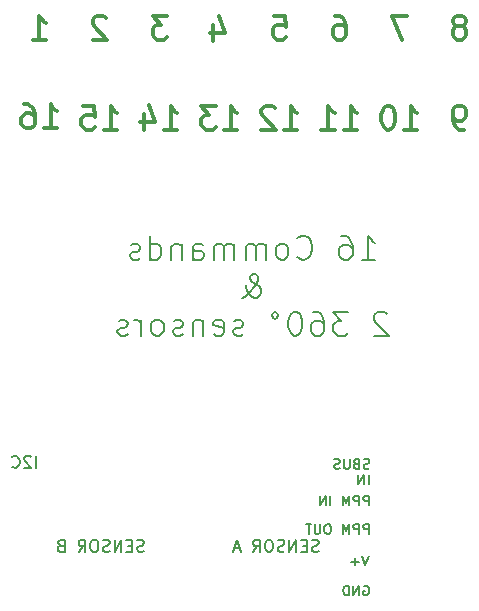
<source format=gbr>
%TF.GenerationSoftware,KiCad,Pcbnew,(6.0.7)*%
%TF.CreationDate,2022-08-14T18:42:22+02:00*%
%TF.ProjectId,BURC_Encoder_JRFormat,42555243-5f45-46e6-936f-6465725f4a52,v1.0*%
%TF.SameCoordinates,Original*%
%TF.FileFunction,Legend,Bot*%
%TF.FilePolarity,Positive*%
%FSLAX46Y46*%
G04 Gerber Fmt 4.6, Leading zero omitted, Abs format (unit mm)*
G04 Created by KiCad (PCBNEW (6.0.7)) date 2022-08-14 18:42:22*
%MOMM*%
%LPD*%
G01*
G04 APERTURE LIST*
%ADD10C,0.150000*%
%ADD11C,0.310000*%
%ADD12C,0.170000*%
%ADD13C,0.210000*%
G04 APERTURE END LIST*
D10*
X130516190Y-120467380D02*
X130516190Y-119467380D01*
X130087619Y-119562619D02*
X130040000Y-119515000D01*
X129944761Y-119467380D01*
X129706666Y-119467380D01*
X129611428Y-119515000D01*
X129563809Y-119562619D01*
X129516190Y-119657857D01*
X129516190Y-119753095D01*
X129563809Y-119895952D01*
X130135238Y-120467380D01*
X129516190Y-120467380D01*
X128516190Y-120372142D02*
X128563809Y-120419761D01*
X128706666Y-120467380D01*
X128801904Y-120467380D01*
X128944761Y-120419761D01*
X129040000Y-120324523D01*
X129087619Y-120229285D01*
X129135238Y-120038809D01*
X129135238Y-119895952D01*
X129087619Y-119705476D01*
X129040000Y-119610238D01*
X128944761Y-119515000D01*
X128801904Y-119467380D01*
X128706666Y-119467380D01*
X128563809Y-119515000D01*
X128516190Y-119562619D01*
D11*
X131190952Y-91709761D02*
X132333809Y-91709761D01*
X131762380Y-91709761D02*
X131762380Y-89709761D01*
X131952857Y-89995476D01*
X132143333Y-90185952D01*
X132333809Y-90281190D01*
X129476666Y-89709761D02*
X129857619Y-89709761D01*
X130048095Y-89805000D01*
X130143333Y-89900238D01*
X130333809Y-90185952D01*
X130429047Y-90566904D01*
X130429047Y-91328809D01*
X130333809Y-91519285D01*
X130238571Y-91614523D01*
X130048095Y-91709761D01*
X129667142Y-91709761D01*
X129476666Y-91614523D01*
X129381428Y-91519285D01*
X129286190Y-91328809D01*
X129286190Y-90852619D01*
X129381428Y-90662142D01*
X129476666Y-90566904D01*
X129667142Y-90471666D01*
X130048095Y-90471666D01*
X130238571Y-90566904D01*
X130333809Y-90662142D01*
X130429047Y-90852619D01*
D12*
X158261119Y-130488000D02*
X158340166Y-130448476D01*
X158458738Y-130448476D01*
X158577309Y-130488000D01*
X158656357Y-130567047D01*
X158695880Y-130646095D01*
X158735404Y-130804190D01*
X158735404Y-130922761D01*
X158695880Y-131080857D01*
X158656357Y-131159904D01*
X158577309Y-131238952D01*
X158458738Y-131278476D01*
X158379690Y-131278476D01*
X158261119Y-131238952D01*
X158221595Y-131199428D01*
X158221595Y-130922761D01*
X158379690Y-130922761D01*
X157865880Y-131278476D02*
X157865880Y-130448476D01*
X157391595Y-131278476D01*
X157391595Y-130448476D01*
X156996357Y-131278476D02*
X156996357Y-130448476D01*
X156798738Y-130448476D01*
X156680166Y-130488000D01*
X156601119Y-130567047D01*
X156561595Y-130646095D01*
X156522071Y-130804190D01*
X156522071Y-130922761D01*
X156561595Y-131080857D01*
X156601119Y-131159904D01*
X156680166Y-131238952D01*
X156798738Y-131278476D01*
X156996357Y-131278476D01*
X158735404Y-120504652D02*
X158616833Y-120544176D01*
X158419214Y-120544176D01*
X158340166Y-120504652D01*
X158300642Y-120465128D01*
X158261119Y-120386080D01*
X158261119Y-120307033D01*
X158300642Y-120227985D01*
X158340166Y-120188461D01*
X158419214Y-120148938D01*
X158577309Y-120109414D01*
X158656357Y-120069890D01*
X158695880Y-120030366D01*
X158735404Y-119951319D01*
X158735404Y-119872271D01*
X158695880Y-119793223D01*
X158656357Y-119753700D01*
X158577309Y-119714176D01*
X158379690Y-119714176D01*
X158261119Y-119753700D01*
X157628738Y-120109414D02*
X157510166Y-120148938D01*
X157470642Y-120188461D01*
X157431119Y-120267509D01*
X157431119Y-120386080D01*
X157470642Y-120465128D01*
X157510166Y-120504652D01*
X157589214Y-120544176D01*
X157905404Y-120544176D01*
X157905404Y-119714176D01*
X157628738Y-119714176D01*
X157549690Y-119753700D01*
X157510166Y-119793223D01*
X157470642Y-119872271D01*
X157470642Y-119951319D01*
X157510166Y-120030366D01*
X157549690Y-120069890D01*
X157628738Y-120109414D01*
X157905404Y-120109414D01*
X157075404Y-119714176D02*
X157075404Y-120386080D01*
X157035880Y-120465128D01*
X156996357Y-120504652D01*
X156917309Y-120544176D01*
X156759214Y-120544176D01*
X156680166Y-120504652D01*
X156640642Y-120465128D01*
X156601119Y-120386080D01*
X156601119Y-119714176D01*
X156245404Y-120504652D02*
X156126833Y-120544176D01*
X155929214Y-120544176D01*
X155850166Y-120504652D01*
X155810642Y-120465128D01*
X155771119Y-120386080D01*
X155771119Y-120307033D01*
X155810642Y-120227985D01*
X155850166Y-120188461D01*
X155929214Y-120148938D01*
X156087309Y-120109414D01*
X156166357Y-120069890D01*
X156205880Y-120030366D01*
X156245404Y-119951319D01*
X156245404Y-119872271D01*
X156205880Y-119793223D01*
X156166357Y-119753700D01*
X156087309Y-119714176D01*
X155889690Y-119714176D01*
X155771119Y-119753700D01*
X158695880Y-121880476D02*
X158695880Y-121050476D01*
X158300642Y-121880476D02*
X158300642Y-121050476D01*
X157826357Y-121880476D01*
X157826357Y-121050476D01*
D11*
X141636666Y-82216761D02*
X140398571Y-82216761D01*
X141065238Y-82978666D01*
X140779523Y-82978666D01*
X140589047Y-83073904D01*
X140493809Y-83169142D01*
X140398571Y-83359619D01*
X140398571Y-83835809D01*
X140493809Y-84026285D01*
X140589047Y-84121523D01*
X140779523Y-84216761D01*
X141350952Y-84216761D01*
X141541428Y-84121523D01*
X141636666Y-84026285D01*
X145542047Y-83010428D02*
X145542047Y-84343761D01*
X146018238Y-82248523D02*
X146494428Y-83677095D01*
X145256333Y-83677095D01*
D12*
X158695880Y-126071476D02*
X158695880Y-125241476D01*
X158379690Y-125241476D01*
X158300642Y-125281000D01*
X158261119Y-125320523D01*
X158221595Y-125399571D01*
X158221595Y-125518142D01*
X158261119Y-125597190D01*
X158300642Y-125636714D01*
X158379690Y-125676238D01*
X158695880Y-125676238D01*
X157865880Y-126071476D02*
X157865880Y-125241476D01*
X157549690Y-125241476D01*
X157470642Y-125281000D01*
X157431119Y-125320523D01*
X157391595Y-125399571D01*
X157391595Y-125518142D01*
X157431119Y-125597190D01*
X157470642Y-125636714D01*
X157549690Y-125676238D01*
X157865880Y-125676238D01*
X157035880Y-126071476D02*
X157035880Y-125241476D01*
X156759214Y-125834333D01*
X156482547Y-125241476D01*
X156482547Y-126071476D01*
X155296833Y-125241476D02*
X155138738Y-125241476D01*
X155059690Y-125281000D01*
X154980642Y-125360047D01*
X154941119Y-125518142D01*
X154941119Y-125794809D01*
X154980642Y-125952904D01*
X155059690Y-126031952D01*
X155138738Y-126071476D01*
X155296833Y-126071476D01*
X155375880Y-126031952D01*
X155454928Y-125952904D01*
X155494452Y-125794809D01*
X155494452Y-125518142D01*
X155454928Y-125360047D01*
X155375880Y-125281000D01*
X155296833Y-125241476D01*
X154585404Y-125241476D02*
X154585404Y-125913380D01*
X154545880Y-125992428D01*
X154506357Y-126031952D01*
X154427309Y-126071476D01*
X154269214Y-126071476D01*
X154190166Y-126031952D01*
X154150642Y-125992428D01*
X154111119Y-125913380D01*
X154111119Y-125241476D01*
X153834452Y-125241476D02*
X153360166Y-125241476D01*
X153597309Y-126071476D02*
X153597309Y-125241476D01*
D11*
X136461428Y-82407238D02*
X136366190Y-82312000D01*
X136175714Y-82216761D01*
X135699523Y-82216761D01*
X135509047Y-82312000D01*
X135413809Y-82407238D01*
X135318571Y-82597714D01*
X135318571Y-82788190D01*
X135413809Y-83073904D01*
X136556666Y-84216761D01*
X135318571Y-84216761D01*
D13*
X158082095Y-102840761D02*
X159224952Y-102840761D01*
X158653523Y-102840761D02*
X158653523Y-100840761D01*
X158844000Y-101126476D01*
X159034476Y-101316952D01*
X159224952Y-101412190D01*
X156367809Y-100840761D02*
X156748761Y-100840761D01*
X156939238Y-100936000D01*
X157034476Y-101031238D01*
X157224952Y-101316952D01*
X157320190Y-101697904D01*
X157320190Y-102459809D01*
X157224952Y-102650285D01*
X157129714Y-102745523D01*
X156939238Y-102840761D01*
X156558285Y-102840761D01*
X156367809Y-102745523D01*
X156272571Y-102650285D01*
X156177333Y-102459809D01*
X156177333Y-101983619D01*
X156272571Y-101793142D01*
X156367809Y-101697904D01*
X156558285Y-101602666D01*
X156939238Y-101602666D01*
X157129714Y-101697904D01*
X157224952Y-101793142D01*
X157320190Y-101983619D01*
X152653523Y-102650285D02*
X152748761Y-102745523D01*
X153034476Y-102840761D01*
X153224952Y-102840761D01*
X153510666Y-102745523D01*
X153701142Y-102555047D01*
X153796380Y-102364571D01*
X153891619Y-101983619D01*
X153891619Y-101697904D01*
X153796380Y-101316952D01*
X153701142Y-101126476D01*
X153510666Y-100936000D01*
X153224952Y-100840761D01*
X153034476Y-100840761D01*
X152748761Y-100936000D01*
X152653523Y-101031238D01*
X151510666Y-102840761D02*
X151701142Y-102745523D01*
X151796380Y-102650285D01*
X151891619Y-102459809D01*
X151891619Y-101888380D01*
X151796380Y-101697904D01*
X151701142Y-101602666D01*
X151510666Y-101507428D01*
X151224952Y-101507428D01*
X151034476Y-101602666D01*
X150939238Y-101697904D01*
X150844000Y-101888380D01*
X150844000Y-102459809D01*
X150939238Y-102650285D01*
X151034476Y-102745523D01*
X151224952Y-102840761D01*
X151510666Y-102840761D01*
X149986857Y-102840761D02*
X149986857Y-101507428D01*
X149986857Y-101697904D02*
X149891619Y-101602666D01*
X149701142Y-101507428D01*
X149415428Y-101507428D01*
X149224952Y-101602666D01*
X149129714Y-101793142D01*
X149129714Y-102840761D01*
X149129714Y-101793142D02*
X149034476Y-101602666D01*
X148844000Y-101507428D01*
X148558285Y-101507428D01*
X148367809Y-101602666D01*
X148272571Y-101793142D01*
X148272571Y-102840761D01*
X147320190Y-102840761D02*
X147320190Y-101507428D01*
X147320190Y-101697904D02*
X147224952Y-101602666D01*
X147034476Y-101507428D01*
X146748761Y-101507428D01*
X146558285Y-101602666D01*
X146463047Y-101793142D01*
X146463047Y-102840761D01*
X146463047Y-101793142D02*
X146367809Y-101602666D01*
X146177333Y-101507428D01*
X145891619Y-101507428D01*
X145701142Y-101602666D01*
X145605904Y-101793142D01*
X145605904Y-102840761D01*
X143796380Y-102840761D02*
X143796380Y-101793142D01*
X143891619Y-101602666D01*
X144082095Y-101507428D01*
X144463047Y-101507428D01*
X144653523Y-101602666D01*
X143796380Y-102745523D02*
X143986857Y-102840761D01*
X144463047Y-102840761D01*
X144653523Y-102745523D01*
X144748761Y-102555047D01*
X144748761Y-102364571D01*
X144653523Y-102174095D01*
X144463047Y-102078857D01*
X143986857Y-102078857D01*
X143796380Y-101983619D01*
X142844000Y-101507428D02*
X142844000Y-102840761D01*
X142844000Y-101697904D02*
X142748761Y-101602666D01*
X142558285Y-101507428D01*
X142272571Y-101507428D01*
X142082095Y-101602666D01*
X141986857Y-101793142D01*
X141986857Y-102840761D01*
X140177333Y-102840761D02*
X140177333Y-100840761D01*
X140177333Y-102745523D02*
X140367809Y-102840761D01*
X140748761Y-102840761D01*
X140939238Y-102745523D01*
X141034476Y-102650285D01*
X141129714Y-102459809D01*
X141129714Y-101888380D01*
X141034476Y-101697904D01*
X140939238Y-101602666D01*
X140748761Y-101507428D01*
X140367809Y-101507428D01*
X140177333Y-101602666D01*
X139320190Y-102745523D02*
X139129714Y-102840761D01*
X138748761Y-102840761D01*
X138558285Y-102745523D01*
X138463047Y-102555047D01*
X138463047Y-102459809D01*
X138558285Y-102269333D01*
X138748761Y-102174095D01*
X139034476Y-102174095D01*
X139224952Y-102078857D01*
X139320190Y-101888380D01*
X139320190Y-101793142D01*
X139224952Y-101602666D01*
X139034476Y-101507428D01*
X138748761Y-101507428D01*
X138558285Y-101602666D01*
X147986857Y-106060761D02*
X148082095Y-106060761D01*
X148272571Y-105965523D01*
X148558285Y-105679809D01*
X149034476Y-105108380D01*
X149224952Y-104822666D01*
X149320190Y-104536952D01*
X149320190Y-104346476D01*
X149224952Y-104156000D01*
X149034476Y-104060761D01*
X148939238Y-104060761D01*
X148748761Y-104156000D01*
X148653523Y-104346476D01*
X148653523Y-104441714D01*
X148748761Y-104632190D01*
X148844000Y-104727428D01*
X149415428Y-105108380D01*
X149510666Y-105203619D01*
X149605904Y-105394095D01*
X149605904Y-105679809D01*
X149510666Y-105870285D01*
X149415428Y-105965523D01*
X149224952Y-106060761D01*
X148939238Y-106060761D01*
X148748761Y-105965523D01*
X148653523Y-105870285D01*
X148367809Y-105489333D01*
X148272571Y-105203619D01*
X148272571Y-105013142D01*
X160272571Y-107471238D02*
X160177333Y-107376000D01*
X159986857Y-107280761D01*
X159510666Y-107280761D01*
X159320190Y-107376000D01*
X159224952Y-107471238D01*
X159129714Y-107661714D01*
X159129714Y-107852190D01*
X159224952Y-108137904D01*
X160367809Y-109280761D01*
X159129714Y-109280761D01*
X156939238Y-107280761D02*
X155701142Y-107280761D01*
X156367809Y-108042666D01*
X156082095Y-108042666D01*
X155891619Y-108137904D01*
X155796380Y-108233142D01*
X155701142Y-108423619D01*
X155701142Y-108899809D01*
X155796380Y-109090285D01*
X155891619Y-109185523D01*
X156082095Y-109280761D01*
X156653523Y-109280761D01*
X156844000Y-109185523D01*
X156939238Y-109090285D01*
X153986857Y-107280761D02*
X154367809Y-107280761D01*
X154558285Y-107376000D01*
X154653523Y-107471238D01*
X154844000Y-107756952D01*
X154939238Y-108137904D01*
X154939238Y-108899809D01*
X154844000Y-109090285D01*
X154748761Y-109185523D01*
X154558285Y-109280761D01*
X154177333Y-109280761D01*
X153986857Y-109185523D01*
X153891619Y-109090285D01*
X153796380Y-108899809D01*
X153796380Y-108423619D01*
X153891619Y-108233142D01*
X153986857Y-108137904D01*
X154177333Y-108042666D01*
X154558285Y-108042666D01*
X154748761Y-108137904D01*
X154844000Y-108233142D01*
X154939238Y-108423619D01*
X152558285Y-107280761D02*
X152367809Y-107280761D01*
X152177333Y-107376000D01*
X152082095Y-107471238D01*
X151986857Y-107661714D01*
X151891619Y-108042666D01*
X151891619Y-108518857D01*
X151986857Y-108899809D01*
X152082095Y-109090285D01*
X152177333Y-109185523D01*
X152367809Y-109280761D01*
X152558285Y-109280761D01*
X152748761Y-109185523D01*
X152844000Y-109090285D01*
X152939238Y-108899809D01*
X153034476Y-108518857D01*
X153034476Y-108042666D01*
X152939238Y-107661714D01*
X152844000Y-107471238D01*
X152748761Y-107376000D01*
X152558285Y-107280761D01*
X150748761Y-107280761D02*
X150939238Y-107376000D01*
X151034476Y-107566476D01*
X150939238Y-107756952D01*
X150748761Y-107852190D01*
X150558285Y-107756952D01*
X150463047Y-107566476D01*
X150558285Y-107376000D01*
X150748761Y-107280761D01*
X148082095Y-109185523D02*
X147891619Y-109280761D01*
X147510666Y-109280761D01*
X147320190Y-109185523D01*
X147224952Y-108995047D01*
X147224952Y-108899809D01*
X147320190Y-108709333D01*
X147510666Y-108614095D01*
X147796380Y-108614095D01*
X147986857Y-108518857D01*
X148082095Y-108328380D01*
X148082095Y-108233142D01*
X147986857Y-108042666D01*
X147796380Y-107947428D01*
X147510666Y-107947428D01*
X147320190Y-108042666D01*
X145605904Y-109185523D02*
X145796380Y-109280761D01*
X146177333Y-109280761D01*
X146367809Y-109185523D01*
X146463047Y-108995047D01*
X146463047Y-108233142D01*
X146367809Y-108042666D01*
X146177333Y-107947428D01*
X145796380Y-107947428D01*
X145605904Y-108042666D01*
X145510666Y-108233142D01*
X145510666Y-108423619D01*
X146463047Y-108614095D01*
X144653523Y-107947428D02*
X144653523Y-109280761D01*
X144653523Y-108137904D02*
X144558285Y-108042666D01*
X144367809Y-107947428D01*
X144082095Y-107947428D01*
X143891619Y-108042666D01*
X143796380Y-108233142D01*
X143796380Y-109280761D01*
X142939238Y-109185523D02*
X142748761Y-109280761D01*
X142367809Y-109280761D01*
X142177333Y-109185523D01*
X142082095Y-108995047D01*
X142082095Y-108899809D01*
X142177333Y-108709333D01*
X142367809Y-108614095D01*
X142653523Y-108614095D01*
X142844000Y-108518857D01*
X142939238Y-108328380D01*
X142939238Y-108233142D01*
X142844000Y-108042666D01*
X142653523Y-107947428D01*
X142367809Y-107947428D01*
X142177333Y-108042666D01*
X140939238Y-109280761D02*
X141129714Y-109185523D01*
X141224952Y-109090285D01*
X141320190Y-108899809D01*
X141320190Y-108328380D01*
X141224952Y-108137904D01*
X141129714Y-108042666D01*
X140939238Y-107947428D01*
X140653523Y-107947428D01*
X140463047Y-108042666D01*
X140367809Y-108137904D01*
X140272571Y-108328380D01*
X140272571Y-108899809D01*
X140367809Y-109090285D01*
X140463047Y-109185523D01*
X140653523Y-109280761D01*
X140939238Y-109280761D01*
X139415428Y-109280761D02*
X139415428Y-107947428D01*
X139415428Y-108328380D02*
X139320190Y-108137904D01*
X139224952Y-108042666D01*
X139034476Y-107947428D01*
X138844000Y-107947428D01*
X138272571Y-109185523D02*
X138082095Y-109280761D01*
X137701142Y-109280761D01*
X137510666Y-109185523D01*
X137415428Y-108995047D01*
X137415428Y-108899809D01*
X137510666Y-108709333D01*
X137701142Y-108614095D01*
X137986857Y-108614095D01*
X138177333Y-108518857D01*
X138272571Y-108328380D01*
X138272571Y-108233142D01*
X138177333Y-108042666D01*
X137986857Y-107947428D01*
X137701142Y-107947428D01*
X137510666Y-108042666D01*
D11*
X136270952Y-91836761D02*
X137413809Y-91836761D01*
X136842380Y-91836761D02*
X136842380Y-89836761D01*
X137032857Y-90122476D01*
X137223333Y-90312952D01*
X137413809Y-90408190D01*
X134461428Y-89836761D02*
X135413809Y-89836761D01*
X135509047Y-90789142D01*
X135413809Y-90693904D01*
X135223333Y-90598666D01*
X134747142Y-90598666D01*
X134556666Y-90693904D01*
X134461428Y-90789142D01*
X134366190Y-90979619D01*
X134366190Y-91455809D01*
X134461428Y-91646285D01*
X134556666Y-91741523D01*
X134747142Y-91836761D01*
X135223333Y-91836761D01*
X135413809Y-91741523D01*
X135509047Y-91646285D01*
X130238571Y-84216761D02*
X131381428Y-84216761D01*
X130810000Y-84216761D02*
X130810000Y-82216761D01*
X131000476Y-82502476D01*
X131190952Y-82692952D01*
X131381428Y-82788190D01*
X155829047Y-82216761D02*
X156210000Y-82216761D01*
X156400476Y-82312000D01*
X156495714Y-82407238D01*
X156686190Y-82692952D01*
X156781428Y-83073904D01*
X156781428Y-83835809D01*
X156686190Y-84026285D01*
X156590952Y-84121523D01*
X156400476Y-84216761D01*
X156019523Y-84216761D01*
X155829047Y-84121523D01*
X155733809Y-84026285D01*
X155638571Y-83835809D01*
X155638571Y-83359619D01*
X155733809Y-83169142D01*
X155829047Y-83073904D01*
X156019523Y-82978666D01*
X156400476Y-82978666D01*
X156590952Y-83073904D01*
X156686190Y-83169142D01*
X156781428Y-83359619D01*
D12*
X158695880Y-123658476D02*
X158695880Y-122828476D01*
X158379690Y-122828476D01*
X158300642Y-122868000D01*
X158261119Y-122907523D01*
X158221595Y-122986571D01*
X158221595Y-123105142D01*
X158261119Y-123184190D01*
X158300642Y-123223714D01*
X158379690Y-123263238D01*
X158695880Y-123263238D01*
X157865880Y-123658476D02*
X157865880Y-122828476D01*
X157549690Y-122828476D01*
X157470642Y-122868000D01*
X157431119Y-122907523D01*
X157391595Y-122986571D01*
X157391595Y-123105142D01*
X157431119Y-123184190D01*
X157470642Y-123223714D01*
X157549690Y-123263238D01*
X157865880Y-123263238D01*
X157035880Y-123658476D02*
X157035880Y-122828476D01*
X156759214Y-123421333D01*
X156482547Y-122828476D01*
X156482547Y-123658476D01*
X155454928Y-123658476D02*
X155454928Y-122828476D01*
X155059690Y-123658476D02*
X155059690Y-122828476D01*
X154585404Y-123658476D01*
X154585404Y-122828476D01*
D11*
X166750952Y-91836761D02*
X166370000Y-91836761D01*
X166179523Y-91741523D01*
X166084285Y-91646285D01*
X165893809Y-91360571D01*
X165798571Y-90979619D01*
X165798571Y-90217714D01*
X165893809Y-90027238D01*
X165989047Y-89932000D01*
X166179523Y-89836761D01*
X166560476Y-89836761D01*
X166750952Y-89932000D01*
X166846190Y-90027238D01*
X166941428Y-90217714D01*
X166941428Y-90693904D01*
X166846190Y-90884380D01*
X166750952Y-90979619D01*
X166560476Y-91074857D01*
X166179523Y-91074857D01*
X165989047Y-90979619D01*
X165893809Y-90884380D01*
X165798571Y-90693904D01*
X146430952Y-91836761D02*
X147573809Y-91836761D01*
X147002380Y-91836761D02*
X147002380Y-89836761D01*
X147192857Y-90122476D01*
X147383333Y-90312952D01*
X147573809Y-90408190D01*
X145764285Y-89836761D02*
X144526190Y-89836761D01*
X145192857Y-90598666D01*
X144907142Y-90598666D01*
X144716666Y-90693904D01*
X144621428Y-90789142D01*
X144526190Y-90979619D01*
X144526190Y-91455809D01*
X144621428Y-91646285D01*
X144716666Y-91741523D01*
X144907142Y-91836761D01*
X145478571Y-91836761D01*
X145669047Y-91741523D01*
X145764285Y-91646285D01*
X150653809Y-82216761D02*
X151606190Y-82216761D01*
X151701428Y-83169142D01*
X151606190Y-83073904D01*
X151415714Y-82978666D01*
X150939523Y-82978666D01*
X150749047Y-83073904D01*
X150653809Y-83169142D01*
X150558571Y-83359619D01*
X150558571Y-83835809D01*
X150653809Y-84026285D01*
X150749047Y-84121523D01*
X150939523Y-84216761D01*
X151415714Y-84216761D01*
X151606190Y-84121523D01*
X151701428Y-84026285D01*
D10*
X139659857Y-127531761D02*
X139517000Y-127579380D01*
X139278904Y-127579380D01*
X139183666Y-127531761D01*
X139136047Y-127484142D01*
X139088428Y-127388904D01*
X139088428Y-127293666D01*
X139136047Y-127198428D01*
X139183666Y-127150809D01*
X139278904Y-127103190D01*
X139469380Y-127055571D01*
X139564619Y-127007952D01*
X139612238Y-126960333D01*
X139659857Y-126865095D01*
X139659857Y-126769857D01*
X139612238Y-126674619D01*
X139564619Y-126627000D01*
X139469380Y-126579380D01*
X139231285Y-126579380D01*
X139088428Y-126627000D01*
X138659857Y-127055571D02*
X138326523Y-127055571D01*
X138183666Y-127579380D02*
X138659857Y-127579380D01*
X138659857Y-126579380D01*
X138183666Y-126579380D01*
X137755095Y-127579380D02*
X137755095Y-126579380D01*
X137183666Y-127579380D01*
X137183666Y-126579380D01*
X136755095Y-127531761D02*
X136612238Y-127579380D01*
X136374142Y-127579380D01*
X136278904Y-127531761D01*
X136231285Y-127484142D01*
X136183666Y-127388904D01*
X136183666Y-127293666D01*
X136231285Y-127198428D01*
X136278904Y-127150809D01*
X136374142Y-127103190D01*
X136564619Y-127055571D01*
X136659857Y-127007952D01*
X136707476Y-126960333D01*
X136755095Y-126865095D01*
X136755095Y-126769857D01*
X136707476Y-126674619D01*
X136659857Y-126627000D01*
X136564619Y-126579380D01*
X136326523Y-126579380D01*
X136183666Y-126627000D01*
X135564619Y-126579380D02*
X135374142Y-126579380D01*
X135278904Y-126627000D01*
X135183666Y-126722238D01*
X135136047Y-126912714D01*
X135136047Y-127246047D01*
X135183666Y-127436523D01*
X135278904Y-127531761D01*
X135374142Y-127579380D01*
X135564619Y-127579380D01*
X135659857Y-127531761D01*
X135755095Y-127436523D01*
X135802714Y-127246047D01*
X135802714Y-126912714D01*
X135755095Y-126722238D01*
X135659857Y-126627000D01*
X135564619Y-126579380D01*
X134136047Y-127579380D02*
X134469380Y-127103190D01*
X134707476Y-127579380D02*
X134707476Y-126579380D01*
X134326523Y-126579380D01*
X134231285Y-126627000D01*
X134183666Y-126674619D01*
X134136047Y-126769857D01*
X134136047Y-126912714D01*
X134183666Y-127007952D01*
X134231285Y-127055571D01*
X134326523Y-127103190D01*
X134707476Y-127103190D01*
X132612238Y-127055571D02*
X132469380Y-127103190D01*
X132421761Y-127150809D01*
X132374142Y-127246047D01*
X132374142Y-127388904D01*
X132421761Y-127484142D01*
X132469380Y-127531761D01*
X132564619Y-127579380D01*
X132945571Y-127579380D01*
X132945571Y-126579380D01*
X132612238Y-126579380D01*
X132517000Y-126627000D01*
X132469380Y-126674619D01*
X132421761Y-126769857D01*
X132421761Y-126865095D01*
X132469380Y-126960333D01*
X132517000Y-127007952D01*
X132612238Y-127055571D01*
X132945571Y-127055571D01*
D11*
X166560476Y-83073904D02*
X166750952Y-82978666D01*
X166846190Y-82883428D01*
X166941428Y-82692952D01*
X166941428Y-82597714D01*
X166846190Y-82407238D01*
X166750952Y-82312000D01*
X166560476Y-82216761D01*
X166179523Y-82216761D01*
X165989047Y-82312000D01*
X165893809Y-82407238D01*
X165798571Y-82597714D01*
X165798571Y-82692952D01*
X165893809Y-82883428D01*
X165989047Y-82978666D01*
X166179523Y-83073904D01*
X166560476Y-83073904D01*
X166750952Y-83169142D01*
X166846190Y-83264380D01*
X166941428Y-83454857D01*
X166941428Y-83835809D01*
X166846190Y-84026285D01*
X166750952Y-84121523D01*
X166560476Y-84216761D01*
X166179523Y-84216761D01*
X165989047Y-84121523D01*
X165893809Y-84026285D01*
X165798571Y-83835809D01*
X165798571Y-83454857D01*
X165893809Y-83264380D01*
X165989047Y-83169142D01*
X166179523Y-83073904D01*
X161956666Y-82216761D02*
X160623333Y-82216761D01*
X161480476Y-84216761D01*
D10*
X154447428Y-127531761D02*
X154304571Y-127579380D01*
X154066476Y-127579380D01*
X153971238Y-127531761D01*
X153923619Y-127484142D01*
X153875999Y-127388904D01*
X153875999Y-127293666D01*
X153923619Y-127198428D01*
X153971238Y-127150809D01*
X154066476Y-127103190D01*
X154256952Y-127055571D01*
X154352190Y-127007952D01*
X154399809Y-126960333D01*
X154447428Y-126865095D01*
X154447428Y-126769857D01*
X154399809Y-126674619D01*
X154352190Y-126627000D01*
X154256952Y-126579380D01*
X154018857Y-126579380D01*
X153875999Y-126627000D01*
X153447428Y-127055571D02*
X153114095Y-127055571D01*
X152971238Y-127579380D02*
X153447428Y-127579380D01*
X153447428Y-126579380D01*
X152971238Y-126579380D01*
X152542666Y-127579380D02*
X152542666Y-126579380D01*
X151971238Y-127579380D01*
X151971238Y-126579380D01*
X151542666Y-127531761D02*
X151399809Y-127579380D01*
X151161714Y-127579380D01*
X151066476Y-127531761D01*
X151018857Y-127484142D01*
X150971238Y-127388904D01*
X150971238Y-127293666D01*
X151018857Y-127198428D01*
X151066476Y-127150809D01*
X151161714Y-127103190D01*
X151352190Y-127055571D01*
X151447428Y-127007952D01*
X151495047Y-126960333D01*
X151542666Y-126865095D01*
X151542666Y-126769857D01*
X151495047Y-126674619D01*
X151447428Y-126627000D01*
X151352190Y-126579380D01*
X151114095Y-126579380D01*
X150971238Y-126627000D01*
X150352190Y-126579380D02*
X150161714Y-126579380D01*
X150066476Y-126627000D01*
X149971238Y-126722238D01*
X149923619Y-126912714D01*
X149923619Y-127246047D01*
X149971238Y-127436523D01*
X150066476Y-127531761D01*
X150161714Y-127579380D01*
X150352190Y-127579380D01*
X150447428Y-127531761D01*
X150542666Y-127436523D01*
X150590285Y-127246047D01*
X150590285Y-126912714D01*
X150542666Y-126722238D01*
X150447428Y-126627000D01*
X150352190Y-126579380D01*
X148923619Y-127579380D02*
X149256952Y-127103190D01*
X149495047Y-127579380D02*
X149495047Y-126579380D01*
X149114095Y-126579380D01*
X149018857Y-126627000D01*
X148971238Y-126674619D01*
X148923619Y-126769857D01*
X148923619Y-126912714D01*
X148971238Y-127007952D01*
X149018857Y-127055571D01*
X149114095Y-127103190D01*
X149495047Y-127103190D01*
X147780761Y-127293666D02*
X147304571Y-127293666D01*
X147875999Y-127579380D02*
X147542666Y-126579380D01*
X147209333Y-127579380D01*
D11*
X141350952Y-91836761D02*
X142493809Y-91836761D01*
X141922380Y-91836761D02*
X141922380Y-89836761D01*
X142112857Y-90122476D01*
X142303333Y-90312952D01*
X142493809Y-90408190D01*
X139636666Y-90503428D02*
X139636666Y-91836761D01*
X140112857Y-89741523D02*
X140589047Y-91170095D01*
X139350952Y-91170095D01*
D12*
X158687452Y-127908476D02*
X158410785Y-128738476D01*
X158134119Y-127908476D01*
X157857452Y-128422285D02*
X157225071Y-128422285D01*
X157541261Y-128738476D02*
X157541261Y-128106095D01*
D11*
X156590952Y-91836761D02*
X157733809Y-91836761D01*
X157162380Y-91836761D02*
X157162380Y-89836761D01*
X157352857Y-90122476D01*
X157543333Y-90312952D01*
X157733809Y-90408190D01*
X154686190Y-91836761D02*
X155829047Y-91836761D01*
X155257619Y-91836761D02*
X155257619Y-89836761D01*
X155448095Y-90122476D01*
X155638571Y-90312952D01*
X155829047Y-90408190D01*
X161670952Y-91836761D02*
X162813809Y-91836761D01*
X162242380Y-91836761D02*
X162242380Y-89836761D01*
X162432857Y-90122476D01*
X162623333Y-90312952D01*
X162813809Y-90408190D01*
X160432857Y-89836761D02*
X160242380Y-89836761D01*
X160051904Y-89932000D01*
X159956666Y-90027238D01*
X159861428Y-90217714D01*
X159766190Y-90598666D01*
X159766190Y-91074857D01*
X159861428Y-91455809D01*
X159956666Y-91646285D01*
X160051904Y-91741523D01*
X160242380Y-91836761D01*
X160432857Y-91836761D01*
X160623333Y-91741523D01*
X160718571Y-91646285D01*
X160813809Y-91455809D01*
X160909047Y-91074857D01*
X160909047Y-90598666D01*
X160813809Y-90217714D01*
X160718571Y-90027238D01*
X160623333Y-89932000D01*
X160432857Y-89836761D01*
X151510952Y-91836761D02*
X152653809Y-91836761D01*
X152082380Y-91836761D02*
X152082380Y-89836761D01*
X152272857Y-90122476D01*
X152463333Y-90312952D01*
X152653809Y-90408190D01*
X150749047Y-90027238D02*
X150653809Y-89932000D01*
X150463333Y-89836761D01*
X149987142Y-89836761D01*
X149796666Y-89932000D01*
X149701428Y-90027238D01*
X149606190Y-90217714D01*
X149606190Y-90408190D01*
X149701428Y-90693904D01*
X150844285Y-91836761D01*
X149606190Y-91836761D01*
M02*

</source>
